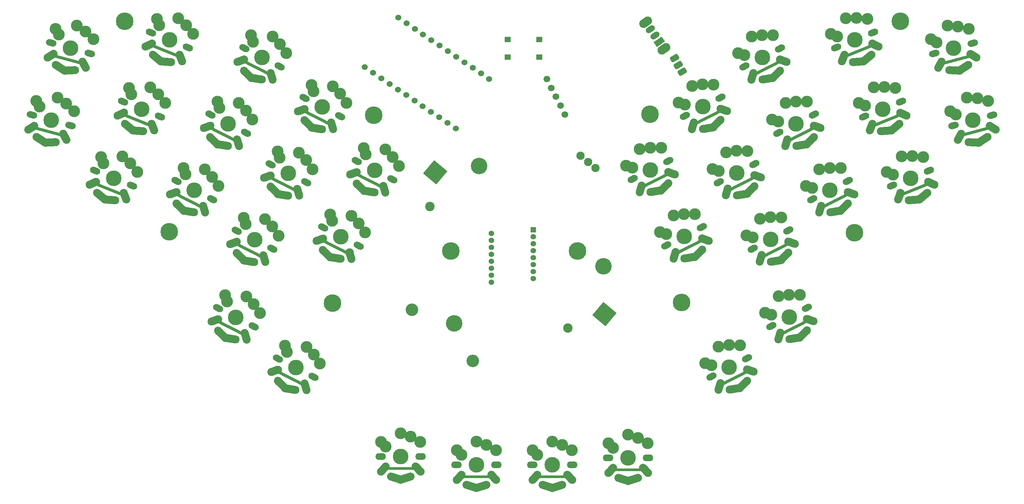
<source format=gbr>
%TF.GenerationSoftware,KiCad,Pcbnew,(6.0.4)*%
%TF.CreationDate,2022-10-16T13:45:35+02:00*%
%TF.ProjectId,Batreeq,42617472-6565-4712-9e6b-696361645f70,rev?*%
%TF.SameCoordinates,Original*%
%TF.FileFunction,Soldermask,Top*%
%TF.FilePolarity,Negative*%
%FSLAX46Y46*%
G04 Gerber Fmt 4.6, Leading zero omitted, Abs format (unit mm)*
G04 Created by KiCad (PCBNEW (6.0.4)) date 2022-10-16 13:45:35*
%MOMM*%
%LPD*%
G01*
G04 APERTURE LIST*
G04 Aperture macros list*
%AMRoundRect*
0 Rectangle with rounded corners*
0 $1 Rounding radius*
0 $2 $3 $4 $5 $6 $7 $8 $9 X,Y pos of 4 corners*
0 Add a 4 corners polygon primitive as box body*
4,1,4,$2,$3,$4,$5,$6,$7,$8,$9,$2,$3,0*
0 Add four circle primitives for the rounded corners*
1,1,$1+$1,$2,$3*
1,1,$1+$1,$4,$5*
1,1,$1+$1,$6,$7*
1,1,$1+$1,$8,$9*
0 Add four rect primitives between the rounded corners*
20,1,$1+$1,$2,$3,$4,$5,0*
20,1,$1+$1,$4,$5,$6,$7,0*
20,1,$1+$1,$6,$7,$8,$9,0*
20,1,$1+$1,$8,$9,$2,$3,0*%
%AMHorizOval*
0 Thick line with rounded ends*
0 $1 width*
0 $2 $3 position (X,Y) of the first rounded end (center of the circle)*
0 $4 $5 position (X,Y) of the second rounded end (center of the circle)*
0 Add line between two ends*
20,1,$1,$2,$3,$4,$5,0*
0 Add two circle primitives to create the rounded ends*
1,1,$1,$2,$3*
1,1,$1,$4,$5*%
%AMRotRect*
0 Rectangle, with rotation*
0 The origin of the aperture is its center*
0 $1 length*
0 $2 width*
0 $3 Rotation angle, in degrees counterclockwise*
0 Add horizontal line*
21,1,$1,$2,0,0,$3*%
G04 Aperture macros list end*
%ADD10R,1.600000X1.400000*%
%ADD11C,2.032000*%
%ADD12HorizOval,2.032000X-1.120053X0.724595X1.120053X-0.724595X0*%
%ADD13HorizOval,2.032000X1.332292X0.067491X-1.332292X-0.067491X0*%
%ADD14HorizOval,2.032000X-0.421808X0.776874X0.421808X-0.776874X0*%
%ADD15HorizOval,2.032000X0.753734X0.461889X-0.753734X-0.461889X0*%
%ADD16RoundRect,0.189673X-3.546058X0.753800X3.447877X-1.120219X3.546058X-0.753800X-3.447877X1.120219X0*%
%ADD17C,3.987800*%
%ADD18C,3.000000*%
%ADD19HorizOval,1.701800X0.482963X-0.129410X-0.482963X0.129410X0*%
%ADD20HorizOval,2.032000X-1.317210X-0.210983X1.317210X0.210983X0*%
%ADD21HorizOval,2.032000X0.944925X0.941633X-0.944925X-0.941633X0*%
%ADD22HorizOval,2.032000X0.251070X0.847597X-0.251070X-0.847597X0*%
%ADD23RoundRect,0.189673X-3.139626X-1.812593X3.311844X1.474595X3.139626X1.812593X-3.311844X-1.474595X0*%
%ADD24HorizOval,2.032000X-0.833295X0.295085X0.833295X-0.295085X0*%
%ADD25HorizOval,1.701800X0.445503X0.226995X-0.445503X-0.226995X0*%
%ADD26C,4.500000*%
%ADD27HorizOval,2.032000X1.120053X0.724595X-1.120053X-0.724595X0*%
%ADD28HorizOval,2.032000X-1.332292X0.067491X1.332292X-0.067491X0*%
%ADD29RoundRect,0.189673X-3.447877X-1.120219X3.546058X0.753800X3.447877X1.120219X-3.546058X-0.753800X0*%
%ADD30HorizOval,2.032000X-0.753734X0.461889X0.753734X-0.461889X0*%
%ADD31HorizOval,2.032000X0.421808X0.776874X-0.421808X-0.776874X0*%
%ADD32HorizOval,1.701800X0.482963X0.129410X-0.482963X-0.129410X0*%
%ADD33HorizOval,2.032000X-1.317210X0.210983X1.317210X-0.210983X0*%
%ADD34HorizOval,2.032000X-0.944925X0.941633X0.944925X-0.941633X0*%
%ADD35HorizOval,2.032000X-0.251070X0.847597X0.251070X-0.847597X0*%
%ADD36RoundRect,0.189673X-3.311844X1.474595X3.139626X-1.812593X3.311844X-1.474595X-3.139626X1.812593X0*%
%ADD37HorizOval,2.032000X0.833295X0.295085X-0.833295X-0.295085X0*%
%ADD38HorizOval,1.701800X0.445503X-0.226995X-0.445503X0.226995X0*%
%ADD39HorizOval,2.032000X-1.269427X0.410014X1.269427X-0.410014X0*%
%ADD40HorizOval,2.032000X1.269427X0.410014X-1.269427X-0.410014X0*%
%ADD41HorizOval,2.032000X0.608505X0.641231X-0.608505X-0.641231X0*%
%ADD42HorizOval,2.032000X-0.608505X0.641231X0.608505X-0.641231X0*%
%ADD43RoundRect,0.189673X-3.620327X-0.189672X3.620327X-0.189672X3.620327X0.189672X-3.620327X0.189672X0*%
%ADD44O,2.701800X1.701800*%
%ADD45HorizOval,2.032000X1.023398X0.855694X-1.023398X-0.855694X0*%
%ADD46HorizOval,2.032000X-1.330586X-0.095378X1.330586X0.095378X0*%
%ADD47HorizOval,2.032000X0.323987X0.822489X-0.323987X-0.822489X0*%
%ADD48HorizOval,2.032000X-0.804406X0.366589X0.804406X-0.366589X0*%
%ADD49RoundRect,0.189673X-3.285656X-1.532059X3.427761X1.180338X3.285656X1.532059X-3.427761X-1.180338X0*%
%ADD50HorizOval,1.701800X0.463592X0.187303X-0.463592X-0.187303X0*%
%ADD51RotRect,4.400000X4.400000X140.000000*%
%ADD52C,2.100000*%
%ADD53C,4.200000*%
%ADD54C,2.400000*%
%ADD55C,3.200000*%
%ADD56HorizOval,2.032000X-1.330586X0.095378X1.330586X-0.095378X0*%
%ADD57HorizOval,2.032000X-1.023398X0.855694X1.023398X-0.855694X0*%
%ADD58RoundRect,0.189673X-3.427761X1.180338X3.285656X-1.532059X3.427761X-1.180338X-3.285656X1.532059X0*%
%ADD59HorizOval,2.032000X-0.323987X0.822489X0.323987X-0.822489X0*%
%ADD60HorizOval,2.032000X0.804406X0.366589X-0.804406X-0.366589X0*%
%ADD61HorizOval,1.701800X0.463592X-0.187303X-0.463592X0.187303X0*%
%ADD62RoundRect,0.375000X-0.837019X-0.050240X-0.462019X-0.699760X0.837019X0.050240X0.462019X0.699760X0*%
%ADD63HorizOval,1.700000X0.000000X0.000000X0.000000X0.000000X0*%
%ADD64C,1.700000*%
%ADD65HorizOval,1.500000X0.409576X0.286788X-0.409576X-0.286788X0*%
%ADD66RotRect,1.500000X2.500000X125.000000*%
%ADD67HorizOval,2.200000X0.532449X0.372825X-0.532449X-0.372825X0*%
%ADD68C,1.524000*%
%ADD69C,1.400000*%
%ADD70R,1.400000X1.400000*%
G04 APERTURE END LIST*
D10*
%TO.C,SW35*%
X148677347Y-44118078D03*
X156677347Y-44118078D03*
X148677347Y-48618078D03*
X156677347Y-48618078D03*
%TD*%
D11*
%TO.C,SW7*%
X30920405Y-70392289D03*
D12*
X29812672Y-69676116D03*
D13*
X32237817Y-70325931D03*
D14*
X35887969Y-68910945D03*
D15*
X27359039Y-66625626D03*
D16*
X31673162Y-67601881D03*
D11*
X35470214Y-68132879D03*
X28109859Y-66160678D03*
D17*
X32447437Y-64693327D03*
D18*
X29421474Y-61256346D03*
X38244452Y-62367771D03*
X36212503Y-60446395D03*
D19*
X37351154Y-66010699D03*
D18*
X28588379Y-59777011D03*
D19*
X27538373Y-63377271D03*
D18*
X33987410Y-58946068D03*
%TD*%
D20*
%TO.C,SW26*%
X221730133Y-120335215D03*
D11*
X223032553Y-120126217D03*
D21*
X223967179Y-119195383D03*
D22*
X217865554Y-119710059D03*
D11*
X224901880Y-115402731D03*
D23*
X221724814Y-117548847D03*
D24*
X225732961Y-115701415D03*
D11*
X218112410Y-118862139D03*
D18*
X220310247Y-109193872D03*
X217652766Y-109567790D03*
D25*
X215825251Y-117176063D03*
D17*
X220354009Y-114869279D03*
D18*
X214196513Y-113797957D03*
X223105930Y-109262094D03*
X215805491Y-114339868D03*
D25*
X224879675Y-112567049D03*
%TD*%
D26*
%TO.C,H10*%
X166447346Y-98056076D03*
%TD*%
D11*
%TO.C,SW34*%
X263733084Y-52037591D03*
D27*
X264840817Y-51321417D03*
D28*
X262415672Y-51971232D03*
D29*
X262989787Y-49244648D03*
D30*
X267294449Y-48270927D03*
D11*
X266543629Y-47805979D03*
X259183275Y-49778181D03*
D31*
X258765520Y-50556247D03*
D32*
X267111481Y-45027647D03*
D18*
X256405851Y-44010503D03*
X263343229Y-40778144D03*
D17*
X262206052Y-46338628D03*
D18*
X257867000Y-44875097D03*
X260666078Y-40591370D03*
D32*
X257296650Y-47653423D03*
D18*
X266063636Y-41426131D03*
%TD*%
D26*
%TO.C,H8*%
X248621075Y-39434330D03*
%TD*%
%TO.C,H9*%
X134189343Y-98056079D03*
%TD*%
D20*
%TO.C,SW21*%
X206457465Y-133193314D03*
D11*
X207759885Y-132984316D03*
D21*
X208694511Y-132053482D03*
D11*
X209629212Y-128260830D03*
D23*
X206452146Y-130406946D03*
D11*
X202839742Y-131720238D03*
D22*
X202592886Y-132568158D03*
D24*
X210460293Y-128559514D03*
D18*
X207833262Y-122120193D03*
D25*
X200552583Y-130034162D03*
X209607007Y-125425148D03*
D18*
X198923845Y-126656056D03*
X205037579Y-122051971D03*
X200532823Y-127197967D03*
D17*
X205081341Y-127727378D03*
D18*
X202380098Y-122425889D03*
%TD*%
D21*
%TO.C,SW25*%
X210585847Y-82507660D03*
D11*
X209651221Y-83438494D03*
D20*
X208348801Y-83647492D03*
D22*
X204484222Y-83022336D03*
D24*
X212351629Y-79013692D03*
D11*
X211520548Y-78715008D03*
X204731078Y-82174416D03*
D23*
X208343482Y-80861124D03*
D18*
X204271434Y-72880067D03*
X200815181Y-77110234D03*
D17*
X206972677Y-78181556D03*
D25*
X211498343Y-75879326D03*
D18*
X206928915Y-72506149D03*
X202424159Y-77652145D03*
D25*
X202443919Y-80488340D03*
D18*
X209724598Y-72574371D03*
%TD*%
D33*
%TO.C,SW4*%
X84719139Y-54129775D03*
D11*
X83416719Y-53920777D03*
D34*
X82482094Y-52989943D03*
D35*
X88583719Y-53504619D03*
D11*
X88336862Y-52656699D03*
X81547392Y-49197291D03*
D36*
X84733186Y-51347853D03*
D37*
X80716311Y-49495975D03*
D18*
X83342694Y-43052613D03*
X88796506Y-43362350D03*
D38*
X81567097Y-46355890D03*
D17*
X86095263Y-48663839D03*
D18*
X83850013Y-44672831D03*
D38*
X90617925Y-50971963D03*
D18*
X90661040Y-45292514D03*
X92249109Y-47594369D03*
%TD*%
D33*
%TO.C,SW8*%
X100067257Y-66794397D03*
D11*
X98764837Y-66585399D03*
D34*
X97830212Y-65654565D03*
D11*
X96895510Y-61861913D03*
X103684980Y-65321321D03*
D37*
X96064429Y-62160597D03*
D36*
X100081304Y-64012475D03*
D35*
X103931837Y-66169241D03*
D38*
X105966043Y-63636585D03*
D18*
X104144624Y-56026972D03*
D17*
X101443381Y-61328461D03*
D18*
X107597227Y-60258991D03*
D38*
X96915215Y-59020512D03*
D18*
X98690812Y-55717235D03*
X106009158Y-57957136D03*
X99198131Y-57337453D03*
%TD*%
D39*
%TO.C,SW22*%
X158787996Y-158081008D03*
D40*
X161298692Y-158081008D03*
D11*
X160043344Y-158486077D03*
X163853344Y-155126077D03*
D41*
X155628445Y-155769509D03*
D11*
X156233344Y-155126077D03*
D42*
X164458243Y-155769509D03*
D43*
X160048241Y-155595922D03*
D18*
X160043344Y-146636077D03*
D17*
X160043344Y-152586077D03*
D18*
X156230932Y-150049385D03*
D44*
X154960932Y-152585424D03*
D18*
X155043344Y-148836078D03*
X165040932Y-148839385D03*
X162580932Y-147509385D03*
D44*
X165120932Y-152589385D03*
%TD*%
D26*
%TO.C,H3*%
X192972150Y-111198053D03*
%TD*%
D11*
%TO.C,SW27*%
X179347346Y-156708078D03*
D39*
X178091998Y-156303009D03*
D40*
X180602694Y-156303009D03*
D41*
X174932447Y-153991510D03*
D43*
X179352243Y-153817923D03*
D42*
X183762245Y-153991510D03*
D11*
X183157346Y-153348078D03*
X175537346Y-153348078D03*
D18*
X174347346Y-147058079D03*
X175534934Y-148271386D03*
D44*
X184424934Y-150811386D03*
D17*
X179347346Y-150808078D03*
D18*
X184344934Y-147061386D03*
X179347346Y-144858078D03*
X181884934Y-145731386D03*
D44*
X174264934Y-150807425D03*
%TD*%
D45*
%TO.C,SW33*%
X247370247Y-66486951D03*
D46*
X245042371Y-67427473D03*
D11*
X246358050Y-67332785D03*
X248631942Y-62790196D03*
D47*
X241246983Y-66467877D03*
D48*
X249433828Y-63160177D03*
D49*
X245279920Y-64651245D03*
D11*
X241566801Y-65644698D03*
D18*
X239662803Y-60938575D03*
D50*
X248856968Y-59963370D03*
D18*
X238107178Y-60258495D03*
D50*
X239435296Y-63765700D03*
D17*
X244147871Y-61862400D03*
D18*
X241918962Y-56345656D03*
X247378019Y-56516399D03*
X244598919Y-56204776D03*
%TD*%
D26*
%TO.C,H6*%
X114577344Y-63386078D03*
%TD*%
D11*
%TO.C,SW16*%
X92030356Y-133060348D03*
D34*
X91095731Y-132129514D03*
D33*
X93332776Y-133269346D03*
D11*
X90161029Y-128336862D03*
X96950499Y-131796270D03*
D36*
X93346823Y-130487424D03*
D35*
X97197356Y-132644190D03*
D37*
X89329948Y-128635546D03*
D18*
X100862746Y-126733940D03*
D17*
X94708900Y-127803410D03*
D18*
X92463650Y-123812402D03*
X97410143Y-122501921D03*
D38*
X90180734Y-125495461D03*
D18*
X91956331Y-122192184D03*
D38*
X99231562Y-130111534D03*
D18*
X99274677Y-124432085D03*
%TD*%
D21*
%TO.C,SW28*%
X217097186Y-52993005D03*
D11*
X216162560Y-53923839D03*
D20*
X214860140Y-54132837D03*
D24*
X218862968Y-49499037D03*
D22*
X210995561Y-53507681D03*
D11*
X218031887Y-49200353D03*
X211242417Y-52659761D03*
D23*
X214854821Y-51346469D03*
D18*
X208935498Y-48137490D03*
X210782773Y-43365412D03*
X216235937Y-43059716D03*
D25*
X218009682Y-46364671D03*
X208955258Y-50973685D03*
D17*
X213484016Y-48666901D03*
D18*
X213440254Y-42991494D03*
X207326520Y-47595579D03*
%TD*%
D11*
%TO.C,SW5*%
X74790903Y-70849901D03*
D34*
X73856278Y-69919067D03*
D33*
X76093323Y-71058899D03*
D11*
X72921576Y-66126415D03*
D37*
X72090495Y-66425099D03*
D35*
X79957903Y-70433743D03*
D11*
X79711046Y-69585823D03*
D36*
X76107370Y-68276977D03*
D17*
X77469447Y-65592963D03*
D38*
X81992109Y-67901087D03*
D18*
X80170690Y-60291474D03*
X83623293Y-64523493D03*
X82035224Y-62221638D03*
X74716878Y-59981737D03*
D38*
X72941281Y-63285014D03*
D18*
X75224197Y-61601955D03*
%TD*%
D51*
%TO.C,SW36*%
X130236554Y-77998238D03*
X173263659Y-114099277D03*
D52*
X169126975Y-75320744D03*
X167211864Y-73713775D03*
X171042086Y-76927713D03*
D53*
X141423676Y-76368083D03*
X173044231Y-101976735D03*
D54*
X163952042Y-117720395D03*
D55*
X139749391Y-126035494D03*
D54*
X128867742Y-86671342D03*
D53*
X135054009Y-116549375D03*
D55*
X124286053Y-113059816D03*
%TD*%
D34*
%TO.C,SW15*%
X80578573Y-99512815D03*
D33*
X82815618Y-100652647D03*
D11*
X81513198Y-100443649D03*
D36*
X82829665Y-97870725D03*
D11*
X86433341Y-99179571D03*
D35*
X86680198Y-100027491D03*
D37*
X78812790Y-96018847D03*
D11*
X79643871Y-95720163D03*
D18*
X86892985Y-89885222D03*
X81439173Y-89575485D03*
X88757519Y-91815386D03*
X81946492Y-91195703D03*
X90345588Y-94117241D03*
D38*
X88714404Y-97494835D03*
X79663576Y-92878762D03*
D17*
X84191742Y-95186711D03*
%TD*%
D28*
%TO.C,SW31*%
X267341896Y-70331280D03*
D27*
X269767041Y-69681465D03*
D11*
X268659308Y-70397639D03*
D29*
X267916011Y-67604696D03*
D31*
X263691744Y-68916295D03*
D11*
X271469853Y-66166027D03*
D30*
X272220673Y-66630975D03*
D11*
X264109499Y-68138229D03*
D18*
X262793224Y-63235145D03*
D32*
X272037705Y-63387695D03*
D17*
X267132276Y-64698676D03*
D18*
X261332075Y-62370551D03*
X270989860Y-59786179D03*
X268269453Y-59138192D03*
X265592302Y-58951418D03*
D32*
X262222874Y-66013471D03*
%TD*%
D26*
%TO.C,H2*%
X104010023Y-111310117D03*
%TD*%
D20*
%TO.C,SW23*%
X232111777Y-87991084D03*
D21*
X234348823Y-86851252D03*
D11*
X233414197Y-87782086D03*
X235283524Y-83058600D03*
D24*
X236114605Y-83357284D03*
D23*
X232106458Y-85204716D03*
D11*
X228494054Y-86518008D03*
D22*
X228247198Y-87365928D03*
D17*
X230735653Y-82525148D03*
D18*
X230691891Y-76849741D03*
X226187135Y-81995737D03*
D25*
X235261319Y-80222918D03*
D18*
X233487574Y-76917963D03*
X224578157Y-81453826D03*
X228034410Y-77223659D03*
D25*
X226206895Y-84831932D03*
%TD*%
D56*
%TO.C,SW6*%
X47419732Y-85040139D03*
D57*
X45091856Y-84099617D03*
D11*
X46104053Y-84945451D03*
D58*
X47191265Y-82267580D03*
D11*
X50895301Y-83257365D03*
D59*
X51215120Y-84080543D03*
D60*
X43028274Y-80772843D03*
D11*
X43830160Y-80402862D03*
D17*
X48314232Y-79475066D03*
D61*
X43602146Y-77570556D03*
D18*
X50543141Y-73958322D03*
X45729686Y-75694932D03*
D61*
X53020850Y-81380231D03*
D18*
X52568804Y-75718637D03*
X45083087Y-74125095D03*
X54351450Y-77873324D03*
%TD*%
D40*
%TO.C,SW12*%
X122693106Y-155961010D03*
D11*
X121437758Y-156366079D03*
D39*
X120182410Y-155961010D03*
D43*
X121442655Y-153475924D03*
D41*
X117022859Y-153649511D03*
D42*
X125852657Y-153649511D03*
D11*
X117627758Y-153006079D03*
X125247758Y-153006079D03*
D44*
X126515346Y-150469387D03*
D18*
X121437758Y-144516079D03*
X117625346Y-147929387D03*
X126435346Y-146719387D03*
D17*
X121437758Y-150466079D03*
D18*
X116437758Y-146716080D03*
D44*
X116355346Y-150465426D03*
D18*
X123975346Y-145389387D03*
%TD*%
D11*
%TO.C,SW1*%
X60339102Y-49712465D03*
D56*
X61654781Y-49807153D03*
D57*
X59326905Y-48866631D03*
D11*
X58065209Y-45169876D03*
D58*
X61426314Y-47034594D03*
D59*
X65450169Y-48847557D03*
D60*
X57263323Y-45539857D03*
D11*
X65130350Y-48024379D03*
D61*
X57837195Y-42337570D03*
X67255899Y-46147245D03*
D18*
X59318136Y-38892109D03*
X68586499Y-42640338D03*
D17*
X62549281Y-44242080D03*
D18*
X64778190Y-38725336D03*
X66803853Y-40485651D03*
X59964735Y-40461946D03*
%TD*%
D33*
%TO.C,SW11*%
X78060106Y-120411243D03*
D11*
X76757686Y-120202245D03*
D34*
X75823061Y-119271411D03*
D11*
X74888359Y-115478759D03*
D35*
X81924686Y-119786087D03*
D36*
X78074153Y-117629321D03*
D11*
X81677829Y-118938167D03*
D37*
X74057278Y-115777443D03*
D38*
X83958892Y-117253431D03*
D18*
X82137473Y-109643818D03*
X76683661Y-109334081D03*
D17*
X79436230Y-114945307D03*
D18*
X84002007Y-111573982D03*
X77190980Y-110954299D03*
D38*
X74908064Y-112637358D03*
D18*
X85590076Y-113875837D03*
%TD*%
D21*
%TO.C,SW19*%
X197234247Y-98625352D03*
D11*
X196299621Y-99556186D03*
D20*
X194997201Y-99765184D03*
D23*
X194991882Y-96978816D03*
D11*
X198168948Y-94832700D03*
X191379478Y-98292108D03*
D22*
X191132622Y-99140028D03*
D24*
X199000029Y-95131384D03*
D18*
X190919834Y-88997759D03*
D25*
X198146743Y-91997018D03*
D17*
X193621077Y-94299248D03*
D18*
X193577315Y-88623841D03*
D25*
X189092319Y-96606032D03*
D18*
X187463581Y-93227926D03*
X189072559Y-93769837D03*
X196372998Y-88692063D03*
%TD*%
D13*
%TO.C,SW3*%
X37147868Y-51955540D03*
D11*
X35830456Y-52021898D03*
D12*
X34722723Y-51305725D03*
D15*
X32269090Y-48255235D03*
D11*
X40380265Y-49762488D03*
D14*
X40798020Y-50540554D03*
D16*
X36583213Y-49231490D03*
D11*
X33019910Y-47790287D03*
D17*
X37357488Y-46322936D03*
D18*
X41122554Y-42076004D03*
D19*
X32448424Y-45006880D03*
X42261205Y-47640308D03*
D18*
X34331525Y-42885955D03*
X33498430Y-41406620D03*
X43154503Y-43997380D03*
X38897461Y-40575677D03*
%TD*%
D33*
%TO.C,SW10*%
X67467501Y-87988024D03*
D11*
X66165081Y-87779026D03*
D34*
X65230456Y-86848192D03*
D11*
X71085224Y-86514948D03*
X64295754Y-83055540D03*
D35*
X71332081Y-87362868D03*
D36*
X67481548Y-85206102D03*
D37*
X63464673Y-83354224D03*
D38*
X64315459Y-80214139D03*
D17*
X68843625Y-82522088D03*
D18*
X73409402Y-79150763D03*
X71544868Y-77220599D03*
D38*
X73366287Y-84830212D03*
D18*
X74997471Y-81452618D03*
X66091056Y-76910862D03*
X66598375Y-78531080D03*
%TD*%
D45*
%TO.C,SW32*%
X240252723Y-48870460D03*
D46*
X237924847Y-49810982D03*
D11*
X239240526Y-49716294D03*
D49*
X238162396Y-47034754D03*
D11*
X234449277Y-48028207D03*
D47*
X234129459Y-48851386D03*
D11*
X241514418Y-45173705D03*
D48*
X242316304Y-45543686D03*
D18*
X230989654Y-42642004D03*
X237481395Y-38588285D03*
X234801438Y-38729165D03*
X232545279Y-43322084D03*
D50*
X232317772Y-46149209D03*
X241739444Y-42346879D03*
D18*
X240260495Y-38899908D03*
D17*
X237030347Y-44245909D03*
%TD*%
D62*
%TO.C,PAD1*%
X193130000Y-52352000D03*
X192130000Y-50619949D03*
X191130000Y-48887898D03*
%TD*%
D33*
%TO.C,SW9*%
X91441435Y-83723522D03*
D34*
X89204390Y-82583690D03*
D11*
X90139015Y-83514524D03*
X88269688Y-78791038D03*
D35*
X95306015Y-83098366D03*
D37*
X87438607Y-79089722D03*
D36*
X91455482Y-80941600D03*
D11*
X95059158Y-82250446D03*
D18*
X97383336Y-74886261D03*
X95518802Y-72956097D03*
X90064990Y-72646360D03*
D38*
X97340221Y-80565710D03*
D18*
X90572309Y-74266578D03*
D17*
X92817559Y-78257586D03*
D38*
X88289393Y-75949637D03*
D18*
X98971405Y-77188116D03*
%TD*%
D33*
%TO.C,SW13*%
X113418857Y-82912091D03*
D34*
X111181812Y-81772259D03*
D11*
X112116437Y-82703093D03*
X110247110Y-77979607D03*
X117036580Y-81439015D03*
D35*
X117283437Y-82286935D03*
D37*
X109416029Y-78278291D03*
D36*
X113432904Y-80130169D03*
D18*
X117496224Y-72144666D03*
D38*
X119317643Y-79754279D03*
D18*
X120948827Y-76376685D03*
X112549731Y-73455147D03*
X112042412Y-71834929D03*
X119360758Y-74074830D03*
D17*
X114794981Y-77446155D03*
D38*
X110266815Y-75138206D03*
%TD*%
D20*
%TO.C,SW18*%
X186371383Y-82836059D03*
D21*
X188608429Y-81696227D03*
D11*
X187673803Y-82627061D03*
X189543130Y-77903575D03*
X182753660Y-81362983D03*
D22*
X182506804Y-82210903D03*
D24*
X190374211Y-78202259D03*
D23*
X186366064Y-80049691D03*
D18*
X178837763Y-76298801D03*
X182294016Y-72068634D03*
X187747180Y-71762938D03*
X180446741Y-76840712D03*
D17*
X184995259Y-77370123D03*
D18*
X184951497Y-71694716D03*
D25*
X180466501Y-79676907D03*
X189520925Y-75067893D03*
%TD*%
D26*
%TO.C,H1*%
X62507345Y-93104077D03*
%TD*%
D20*
%TO.C,SW24*%
X199722986Y-66718367D03*
D11*
X201025406Y-66509369D03*
D21*
X201960032Y-65578535D03*
D23*
X199717667Y-63931999D03*
D22*
X195858407Y-66093211D03*
D11*
X196105263Y-65245291D03*
X202894733Y-61785883D03*
D24*
X203725814Y-62084567D03*
D18*
X193798344Y-60723020D03*
X198303100Y-55577024D03*
D17*
X198346862Y-61252431D03*
D25*
X193818104Y-63559215D03*
D18*
X201098783Y-55645246D03*
X192189366Y-60181109D03*
D25*
X202872528Y-58950201D03*
D18*
X195645619Y-55950942D03*
%TD*%
D11*
%TO.C,SW17*%
X140717756Y-158482770D03*
D40*
X141973104Y-158077701D03*
D39*
X139462408Y-158077701D03*
D43*
X140722653Y-155592615D03*
D41*
X136302857Y-155766202D03*
D11*
X136907756Y-155122770D03*
X144527756Y-155122770D03*
D42*
X145132655Y-155766202D03*
D18*
X145715344Y-148836078D03*
X136905344Y-150046078D03*
X143255344Y-147506078D03*
D17*
X140717756Y-152582770D03*
D44*
X145795344Y-152586078D03*
D18*
X135717756Y-148832771D03*
X140717756Y-146632770D03*
D44*
X135635344Y-152582117D03*
%TD*%
D26*
%TO.C,H7*%
X184935343Y-63132079D03*
%TD*%
D63*
%TO.C,U5*%
X163243150Y-63235892D03*
X162090014Y-60972736D03*
X160936878Y-58709579D03*
X159783742Y-56446423D03*
D64*
X158630606Y-54183266D03*
%TD*%
D65*
%TO.C,SW37*%
X184993694Y-41455392D03*
X186140847Y-43093696D03*
D66*
X187288000Y-44732000D03*
D67*
X188492511Y-46452219D03*
X183789184Y-39735173D03*
%TD*%
D20*
%TO.C,SW29*%
X223485960Y-71061963D03*
D11*
X224788380Y-70852965D03*
D21*
X225723006Y-69922131D03*
D24*
X227488788Y-66428163D03*
D22*
X219621381Y-70436807D03*
D23*
X223480641Y-68275595D03*
D11*
X226657707Y-66129479D03*
X219868237Y-69588887D03*
D25*
X226635502Y-63293797D03*
D18*
X217561318Y-65066616D03*
X219408593Y-60294538D03*
D17*
X222109836Y-65596027D03*
D18*
X224861757Y-59988842D03*
X222066074Y-59920620D03*
D25*
X217581078Y-67902811D03*
D18*
X215952340Y-64524705D03*
%TD*%
D46*
%TO.C,SW30*%
X252159896Y-85043968D03*
D45*
X254487772Y-84103446D03*
D11*
X253475575Y-84949280D03*
X255749467Y-80406691D03*
D47*
X248364508Y-84084372D03*
D48*
X256551353Y-80776672D03*
D49*
X252397445Y-82267740D03*
D11*
X248684326Y-83261193D03*
D18*
X245224703Y-77874990D03*
D50*
X255974493Y-77579865D03*
D18*
X251716444Y-73821271D03*
X246780328Y-78555070D03*
X249036487Y-73962151D03*
D17*
X251265396Y-79478895D03*
D18*
X254495544Y-74132894D03*
D50*
X246552821Y-81382195D03*
%TD*%
D56*
%TO.C,SW2*%
X54537546Y-67424054D03*
D11*
X53221867Y-67329366D03*
D57*
X52209670Y-66483532D03*
D11*
X50947974Y-62786777D03*
D58*
X54309079Y-64651495D03*
D11*
X58013115Y-65641280D03*
D59*
X58332934Y-66464458D03*
D60*
X50146088Y-63156758D03*
D61*
X60138664Y-63764146D03*
D17*
X55432046Y-61858981D03*
D18*
X52847500Y-58078847D03*
D61*
X50719960Y-59954471D03*
D18*
X59686618Y-58102552D03*
X52200901Y-56509010D03*
X57660955Y-56342237D03*
X61469264Y-60257239D03*
%TD*%
D26*
%TO.C,H5*%
X51170667Y-39497354D03*
%TD*%
D11*
%TO.C,SW20*%
X218277041Y-100367620D03*
D20*
X216974621Y-100576618D03*
D21*
X219211667Y-99436786D03*
D11*
X213356898Y-99103542D03*
D24*
X220977449Y-95942818D03*
D23*
X216969302Y-97790250D03*
D11*
X220146368Y-95644134D03*
D22*
X213110042Y-99951462D03*
D17*
X215598497Y-95110682D03*
D18*
X209441001Y-94039360D03*
X212897254Y-89809193D03*
X218350418Y-89503497D03*
X211049979Y-94581271D03*
D25*
X220124163Y-92808452D03*
D18*
X215554735Y-89435275D03*
D25*
X211069739Y-97417466D03*
%TD*%
D33*
%TO.C,SW14*%
X104793036Y-99841213D03*
D11*
X103490616Y-99632215D03*
D34*
X102555991Y-98701381D03*
D35*
X108657616Y-99216057D03*
D11*
X101621289Y-94908729D03*
D36*
X104807083Y-97059291D03*
D37*
X100790208Y-95207413D03*
D11*
X108410759Y-98368137D03*
D18*
X103416591Y-88764051D03*
X108870403Y-89073788D03*
X103923910Y-90384269D03*
X112323006Y-93305807D03*
D17*
X106169160Y-94375277D03*
D38*
X110691822Y-96683401D03*
X101640994Y-92067328D03*
D18*
X110734937Y-91003952D03*
%TD*%
D26*
%TO.C,H4*%
X236965997Y-93358077D03*
%TD*%
D68*
%TO.C,U1*%
X112288299Y-51186220D03*
X114394055Y-52606570D03*
X116499810Y-54026920D03*
X118605565Y-55447270D03*
X120711321Y-56867620D03*
X122817076Y-58287970D03*
X124922832Y-59708320D03*
X127028587Y-61128670D03*
X129134343Y-62549020D03*
X131240098Y-63969369D03*
X133345854Y-65389719D03*
X135451609Y-66810069D03*
X143962525Y-54192118D03*
X141856769Y-52771768D03*
X139751014Y-51351418D03*
X137645259Y-49931068D03*
X135539503Y-48510718D03*
X133433748Y-47090368D03*
X131327992Y-45670018D03*
X129222237Y-44249668D03*
X127116481Y-42829318D03*
X125010726Y-41408968D03*
X122904971Y-39988618D03*
X120799215Y-38568268D03*
%TD*%
D69*
%TO.C,U4*%
X144493347Y-93532077D03*
X144493347Y-95312077D03*
X144493347Y-97092077D03*
X144493347Y-98872077D03*
X144493347Y-100652077D03*
X144493347Y-102432077D03*
X144493347Y-104212077D03*
X144493347Y-105992077D03*
X155193347Y-105102077D03*
X155193347Y-103322077D03*
X155193347Y-101542077D03*
X155193347Y-99762077D03*
X155193347Y-97982077D03*
X155193347Y-96202077D03*
X155193347Y-94422077D03*
D70*
X155193347Y-92642077D03*
%TD*%
M02*

</source>
